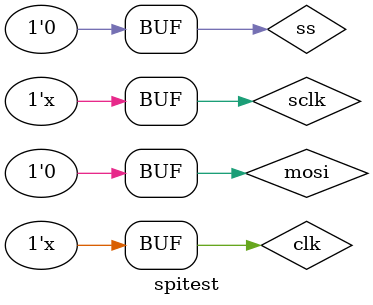
<source format=v>
module spitest;

	// Inputs
	reg clk;
	reg ss;
	reg sclk;
	reg mosi;

	// Outputs
	wire [4:0] addr;
	wire [7:0] data;
	wire write_en;
	wire data_rdy;

	// Instantiate the Unit Under Test (UUT)
	spi_slave uut (
		.clk(clk), 
		.ss(ss), 
		.sclk(sclk), 
		.mosi(mosi), 
		.addr(addr), 
		.data(data), 
		.write_en(write_en), 
		.data_rdy(data_rdy)
	);

	always 
        #5 clk = ~clk;
        
    always
        #12.5 sclk = ~sclk; 
        
    initial begin
		// Initialize Inputs
		clk = 0;
		ss = 0;
		sclk = 0;
		mosi = 0;

		// Wait 100 ns for global reset to finish
		#100;
        
		// Add stimulus here

	end
      
endmodule


</source>
